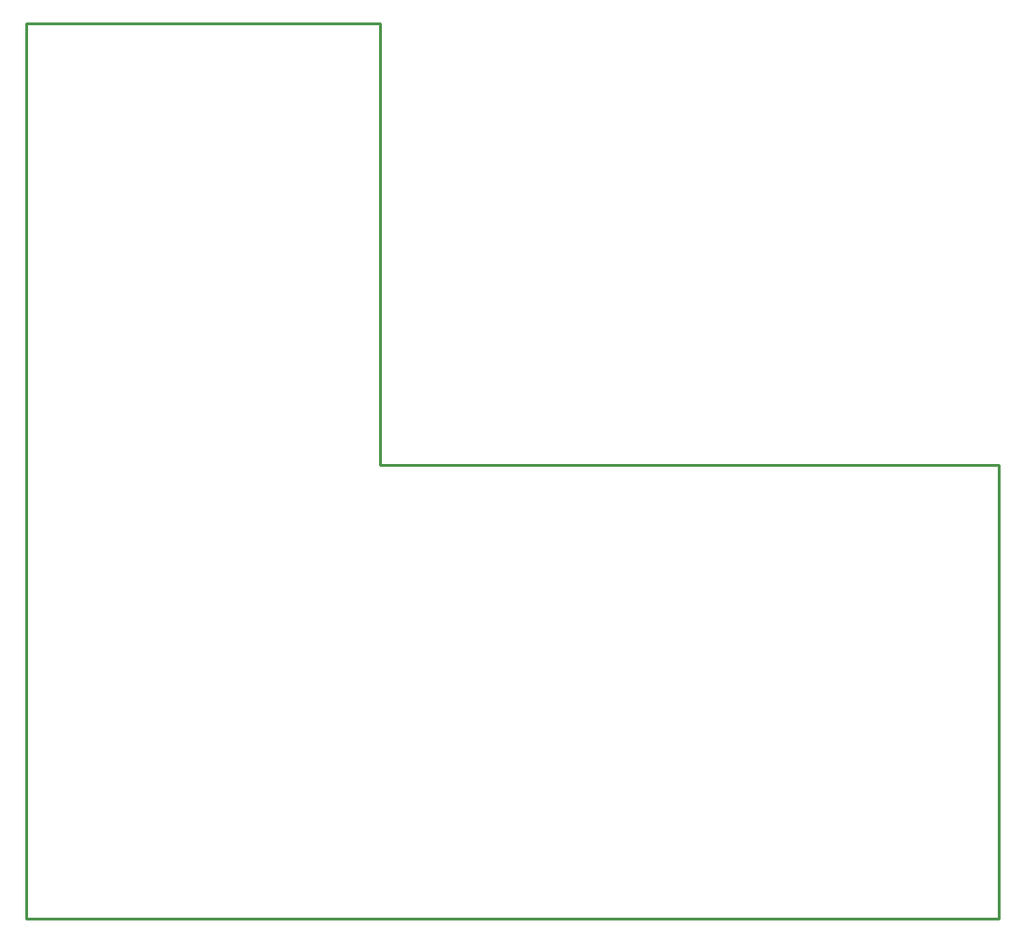
<source format=gbr>
G04 EAGLE Gerber RS-274X export*
G75*
%MOMM*%
%FSLAX34Y34*%
%LPD*%
%IN*%
%IPPOS*%
%AMOC8*
5,1,8,0,0,1.08239X$1,22.5*%
G01*
%ADD10C,0.254000*%


D10*
X0Y0D02*
X880000Y0D01*
X880000Y410000D01*
X320000Y410000D01*
X320000Y810000D01*
X0Y810000D01*
X0Y0D01*
M02*

</source>
